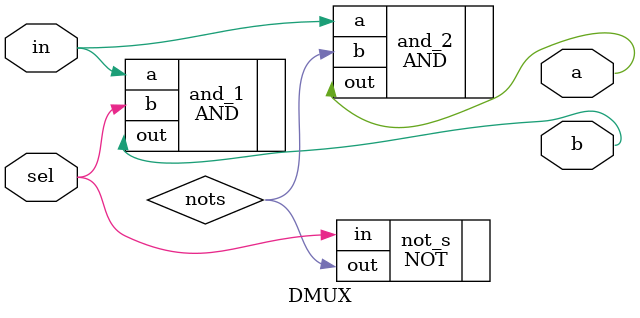
<source format=v>
module DMUX (
    input in, sel,
    output a, b
);
    wire nots;
    NOT not_s (
        .in(sel),
        .out(nots)
    );
    AND and_1 (
        .a(in),
        .b(sel),
        .out(b)
    );
    AND and_2 (
        .a(in),
        .b(nots),
        .out(a)
    );
endmodule
</source>
